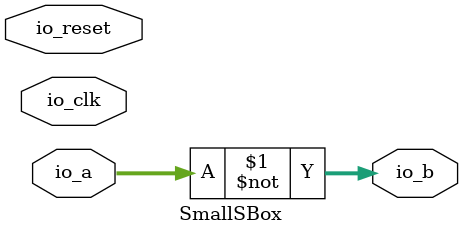
<source format=v>

`timescale 1ns/1ps 

module SmallSBox (
  input               io_clk,
  input               io_reset,
  input      [7:0]    io_a,
  output     [7:0]    io_b
);


  assign io_b = (~ io_a);

endmodule

</source>
